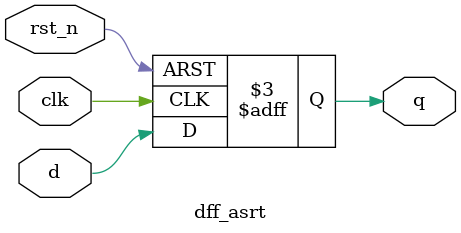
<source format=v>
module dff_asrt(
	input clk,rst_n,
	input d,
	output reg q
);

always@(posedge clk or negedge rst_n)
	begin
		if(!rst_n)
			q<=0;
		else
			q<=d;
	end
endmodule

</source>
